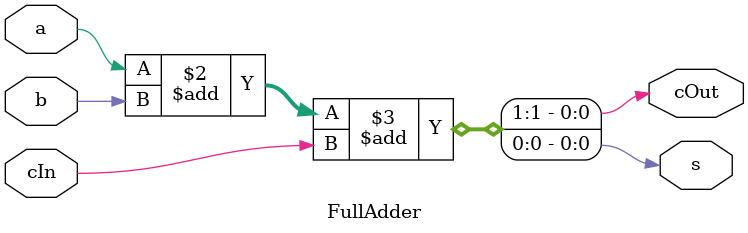
<source format=v>
module FullAdder (a, b, cIn, s, cOut);
  input a, b, cIn;
  output reg s, cOut;

  // assign {cOut, s} = a + b + cIn;
  always @(a, b, cIn) begin
    {cOut, s} = a + b + cIn;
  end
endmodule

</source>
